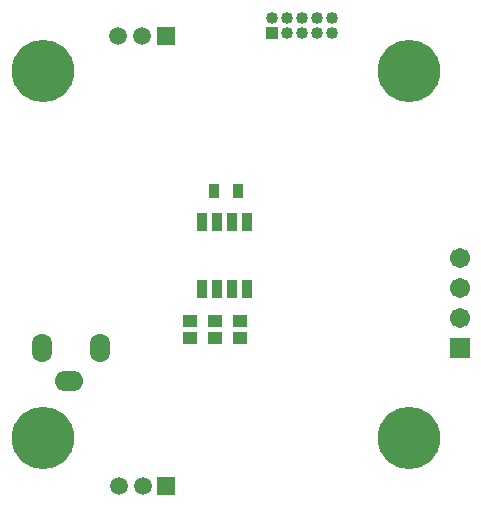
<source format=gbs>
G04*
G04 #@! TF.GenerationSoftware,Altium Limited,Altium Designer,21.1.1 (26)*
G04*
G04 Layer_Color=16711935*
%FSLAX25Y25*%
%MOIN*%
G70*
G04*
G04 #@! TF.SameCoordinates,EC72FFD8-62BE-425B-AFB2-474ABE2E55C8*
G04*
G04*
G04 #@! TF.FilePolarity,Negative*
G04*
G01*
G75*
%ADD24R,0.03765X0.04749*%
%ADD59R,0.04934X0.04343*%
%ADD64O,0.06706X0.09658*%
%ADD65O,0.09658X0.06706*%
%ADD66R,0.05918X0.05918*%
%ADD67C,0.05918*%
%ADD68C,0.20800*%
%ADD69C,0.06706*%
%ADD70R,0.06706X0.06706*%
%ADD71C,0.04000*%
%ADD72R,0.04000X0.04000*%
%ADD89R,0.03359X0.05958*%
D24*
X4135Y21300D02*
D03*
X-3935D02*
D03*
D59*
X-12000Y-22046D02*
D03*
Y-27754D02*
D03*
X-3650Y-22046D02*
D03*
Y-27754D02*
D03*
X4700D02*
D03*
Y-22046D02*
D03*
D64*
X-41937Y-31000D02*
D03*
X-61228D02*
D03*
D65*
X-52173Y-42024D02*
D03*
D66*
X-19826Y-77165D02*
D03*
X-20000Y72835D02*
D03*
D67*
X-27700Y-77165D02*
D03*
X-35574D02*
D03*
X-35748Y72835D02*
D03*
X-27874Y72835D02*
D03*
D68*
X-61024Y-61024D02*
D03*
X61024D02*
D03*
X-61024Y61024D02*
D03*
X61024D02*
D03*
D69*
X78000Y-1000D02*
D03*
Y-11000D02*
D03*
Y-21000D02*
D03*
D70*
Y-31000D02*
D03*
D71*
X35500Y79000D02*
D03*
X30500Y79000D02*
D03*
X25500D02*
D03*
X20500Y79000D02*
D03*
X15500D02*
D03*
X35500Y74000D02*
D03*
X30500Y74000D02*
D03*
X25500Y74000D02*
D03*
X20500D02*
D03*
D72*
X15500Y74000D02*
D03*
D89*
X7244Y-11417D02*
D03*
X-7756D02*
D03*
X7244Y10984D02*
D03*
X-7756D02*
D03*
X-2756Y-11417D02*
D03*
Y10984D02*
D03*
X2244Y-11417D02*
D03*
Y10984D02*
D03*
M02*

</source>
